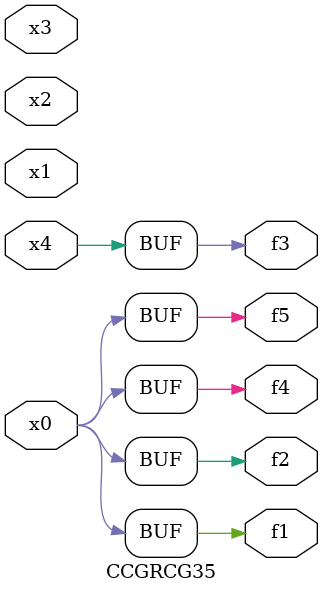
<source format=v>
module CCGRCG35(
	input x0, x1, x2, x3, x4,
	output f1, f2, f3, f4, f5
);
	assign f1 = x0;
	assign f2 = x0;
	assign f3 = x4;
	assign f4 = x0;
	assign f5 = x0;
endmodule

</source>
